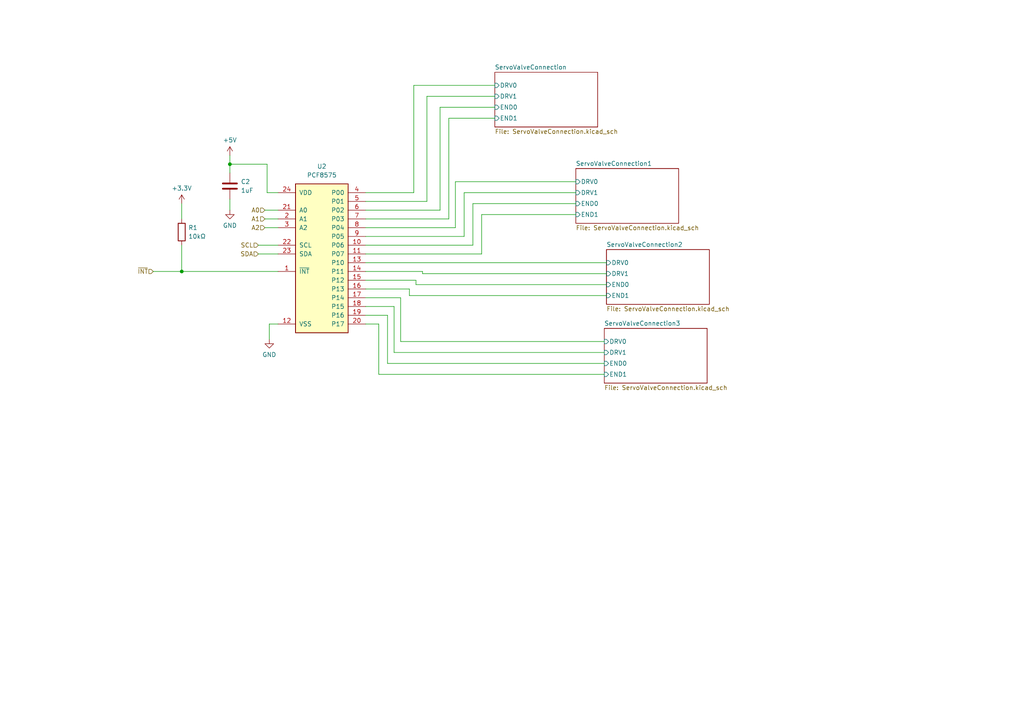
<source format=kicad_sch>
(kicad_sch (version 20230121) (generator eeschema)
  (paper "A4")
  (lib_symbols
    (symbol "Device:C" (pin_numbers hide) (pin_names (offset 0.254))
      (property "Reference" "C" (at 0.635 2.54 0))
      (property "Value" "C" (at 0.635 -2.54 0))
      (symbol "C_0_1"
        (polyline (pts (xy -2.032 -0.762) (xy 2.032 -0.762)) (stroke (width 0.508)))
        (polyline (pts (xy -2.032 0.762) (xy 2.032 0.762)) (stroke (width 0.508)))
      )
      (symbol "C_1_1"
        (pin passive line (at 0 3.81 270) (length 2.794) (name "~") (number "1"))
        (pin passive line (at 0 -3.81 90) (length 2.794) (name "~") (number "2"))
      )
    )
    (symbol "Device:R" (pin_numbers hide) (pin_names (offset 0))
      (property "Reference" "R" (at 2.032 0 90))
      (property "Value" "R" (at 0 0 90))
      (symbol "R_0_1"
        (rectangle (start -1.016 -2.54) (end 1.016 2.54) (stroke (width 0.254)))
      )
      (symbol "R_1_1"
        (pin passive line (at 0 3.81 270) (length 1.27) (name "~") (number "1"))
        (pin passive line (at 0 -3.81 90) (length 1.27) (name "~") (number "2"))
      )
    )
    (symbol "NXP:PCF8575" (pin_names (offset 1.016))
      (property "Reference" "U" (at 0 7.62 0))
      (property "Value" "PCF8575" (at 0 5.08 0))
      (symbol "PCF8575_0_1"
        (rectangle (start -7.62 2.54) (end 7.62 -40.64) (stroke (width 0.254)) (fill (type background)))
      )
      (symbol "PCF8575_1_1"
        (pin open_collector line (at -12.7 -22.86 0) (length 5.08) (name "~{INT}") (number "1"))
        (pin bidirectional line (at 12.7 -15.24 180) (length 5.08) (name "P06") (number "10"))
        (pin bidirectional line (at 12.7 -17.78 180) (length 5.08) (name "P07") (number "11"))
        (pin power_in line (at -12.7 -38.1 0) (length 5.08) (name "VSS") (number "12"))
        (pin bidirectional line (at 12.7 -20.32 180) (length 5.08) (name "P10") (number "13"))
        (pin bidirectional line (at 12.7 -22.86 180) (length 5.08) (name "P11") (number "14"))
        (pin bidirectional line (at 12.7 -25.4 180) (length 5.08) (name "P12") (number "15"))
        (pin bidirectional line (at 12.7 -27.94 180) (length 5.08) (name "P13") (number "16"))
        (pin bidirectional line (at 12.7 -30.48 180) (length 5.08) (name "P14") (number "17"))
        (pin bidirectional line (at 12.7 -33.02 180) (length 5.08) (name "P15") (number "18"))
        (pin bidirectional line (at 12.7 -35.56 180) (length 5.08) (name "P16") (number "19"))
        (pin input line (at -12.7 -7.62 0) (length 5.08) (name "A1") (number "2"))
        (pin bidirectional line (at 12.7 -38.1 180) (length 5.08) (name "P17") (number "20"))
        (pin input line (at -12.7 -5.08 0) (length 5.08) (name "A0") (number "21"))
        (pin input line (at -12.7 -15.24 0) (length 5.08) (name "SCL") (number "22"))
        (pin open_collector line (at -12.7 -17.78 0) (length 5.08) (name "SDA") (number "23"))
        (pin power_in line (at -12.7 0 0) (length 5.08) (name "VDD") (number "24"))
        (pin input line (at -12.7 -10.16 0) (length 5.08) (name "A2") (number "3"))
        (pin bidirectional line (at 12.7 0 180) (length 5.08) (name "P00") (number "4"))
        (pin bidirectional line (at 12.7 -2.54 180) (length 5.08) (name "P01") (number "5"))
        (pin bidirectional line (at 12.7 -5.08 180) (length 5.08) (name "P02") (number "6"))
        (pin bidirectional line (at 12.7 -7.62 180) (length 5.08) (name "P03") (number "7"))
        (pin bidirectional line (at 12.7 -10.16 180) (length 5.08) (name "P04") (number "8"))
        (pin bidirectional line (at 12.7 -12.7 180) (length 5.08) (name "P05") (number "9"))
      )
    )
    (symbol "power:+3.3V" (power) (pin_names (offset 0))
      (property "Value" "+3.3V" (at 0 3.556 0))
      (symbol "+3.3V_0_1"
        (polyline (pts (xy -0.762 1.27) (xy 0 2.54)))
        (polyline (pts (xy 0 0) (xy 0 2.54)))
        (polyline (pts (xy 0 2.54) (xy 0.762 1.27)))
      )
      (symbol "+3.3V_1_1"
        (pin power_in line (at 0 0 90) (length 0) hide (name "+3.3V") (number "1"))
      )
    )
    (symbol "power:+5V" (power) (pin_names (offset 0))
      (property "Value" "+5V" (at 0 3.556 0))
      (symbol "+5V_0_1"
        (polyline (pts (xy -0.762 1.27) (xy 0 2.54)))
        (polyline (pts (xy 0 0) (xy 0 2.54)))
        (polyline (pts (xy 0 2.54) (xy 0.762 1.27)))
      )
      (symbol "+5V_1_1"
        (pin power_in line (at 0 0 90) (length 0) hide (name "+5V") (number "1"))
      )
    )
    (symbol "power:GND" (power) (pin_names (offset 0))
      (property "Value" "GND" (at 0 -3.81 0))
      (symbol "GND_0_1"
        (polyline (pts (xy 0 0) (xy 0 -1.27) (xy 1.27 -1.27) (xy 0 -2.54) (xy -1.27 -1.27) (xy 0 -1.27)))
      )
      (symbol "GND_1_1"
        (pin power_in line (at 0 0 270) (length 0) hide (name "GND") (number "1"))
      )
    )
  )
  (junction (at 52.705 78.74))
  (junction (at 66.675 47.625))
  (wire (pts (xy 167.005 62.23) (xy 139.7 62.23)))
  (wire (pts (xy 106.045 86.36) (xy 116.205 86.36)))
  (wire (pts (xy 77.47 55.88) (xy 80.645 55.88)))
  (wire (pts (xy 106.045 71.12) (xy 137.16 71.12)))
  (wire (pts (xy 109.855 93.98) (xy 109.855 108.585)))
  (wire (pts (xy 114.3 102.235) (xy 114.3 88.9)))
  (wire (pts (xy 120.015 24.765) (xy 143.51 24.765)))
  (wire (pts (xy 175.26 102.235) (xy 114.3 102.235)))
  (wire (pts (xy 106.045 66.04) (xy 132.08 66.04)))
  (wire (pts (xy 106.045 60.96) (xy 127.635 60.96)))
  (wire (pts (xy 66.675 47.625) (xy 66.675 50.165)))
  (wire (pts (xy 118.745 83.82) (xy 118.745 85.725)))
  (wire (pts (xy 116.205 86.36) (xy 116.205 99.06)))
  (wire (pts (xy 76.835 63.5) (xy 80.645 63.5)))
  (wire (pts (xy 120.65 81.28) (xy 106.045 81.28)))
  (wire (pts (xy 106.045 78.74) (xy 122.555 78.74)))
  (wire (pts (xy 130.175 63.5) (xy 130.175 34.29)))
  (wire (pts (xy 77.47 47.625) (xy 77.47 55.88)))
  (wire (pts (xy 109.855 108.585) (xy 175.26 108.585)))
  (wire (pts (xy 106.045 91.44) (xy 112.395 91.44)))
  (wire (pts (xy 52.705 78.74) (xy 80.645 78.74)))
  (wire (pts (xy 44.45 78.74) (xy 52.705 78.74)))
  (wire (pts (xy 132.08 52.705) (xy 132.08 66.04)))
  (wire (pts (xy 112.395 91.44) (xy 112.395 105.41)))
  (wire (pts (xy 106.045 93.98) (xy 109.855 93.98)))
  (wire (pts (xy 66.675 57.785) (xy 66.675 60.96)))
  (wire (pts (xy 74.93 73.66) (xy 80.645 73.66)))
  (wire (pts (xy 106.045 76.2) (xy 175.895 76.2)))
  (wire (pts (xy 106.045 55.88) (xy 120.015 55.88)))
  (wire (pts (xy 134.62 55.88) (xy 167.005 55.88)))
  (wire (pts (xy 123.825 27.94) (xy 143.51 27.94)))
  (wire (pts (xy 134.62 68.58) (xy 134.62 55.88)))
  (wire (pts (xy 127.635 31.115) (xy 143.51 31.115)))
  (wire (pts (xy 120.015 55.88) (xy 120.015 24.765)))
  (wire (pts (xy 74.93 71.12) (xy 80.645 71.12)))
  (wire (pts (xy 137.16 71.12) (xy 137.16 59.055)))
  (wire (pts (xy 66.675 47.625) (xy 77.47 47.625)))
  (wire (pts (xy 112.395 105.41) (xy 175.26 105.41)))
  (wire (pts (xy 106.045 58.42) (xy 123.825 58.42)))
  (wire (pts (xy 66.675 47.625) (xy 66.675 45.085)))
  (wire (pts (xy 76.835 66.04) (xy 80.645 66.04)))
  (wire (pts (xy 78.105 98.425) (xy 78.105 93.98)))
  (wire (pts (xy 114.3 88.9) (xy 106.045 88.9)))
  (wire (pts (xy 175.895 82.55) (xy 120.65 82.55)))
  (wire (pts (xy 52.705 71.12) (xy 52.705 78.74)))
  (wire (pts (xy 76.835 60.96) (xy 80.645 60.96)))
  (wire (pts (xy 106.045 63.5) (xy 130.175 63.5)))
  (wire (pts (xy 118.745 85.725) (xy 175.895 85.725)))
  (wire (pts (xy 139.7 73.66) (xy 106.045 73.66)))
  (wire (pts (xy 137.16 59.055) (xy 167.005 59.055)))
  (wire (pts (xy 106.045 83.82) (xy 118.745 83.82)))
  (wire (pts (xy 52.705 59.055) (xy 52.705 63.5)))
  (wire (pts (xy 122.555 78.74) (xy 122.555 79.375)))
  (wire (pts (xy 127.635 60.96) (xy 127.635 31.115)))
  (wire (pts (xy 130.175 34.29) (xy 143.51 34.29)))
  (wire (pts (xy 116.205 99.06) (xy 175.26 99.06)))
  (wire (pts (xy 139.7 62.23) (xy 139.7 73.66)))
  (wire (pts (xy 120.65 82.55) (xy 120.65 81.28)))
  (wire (pts (xy 132.08 52.705) (xy 167.005 52.705)))
  (wire (pts (xy 123.825 58.42) (xy 123.825 27.94)))
  (wire (pts (xy 122.555 79.375) (xy 175.895 79.375)))
  (wire (pts (xy 106.045 68.58) (xy 134.62 68.58)))
  (wire (pts (xy 78.105 93.98) (xy 80.645 93.98)))
  (hierarchical_label "A2" (shape input) (at 76.835 66.04 180))
  (hierarchical_label "SCL" (shape input) (at 74.93 71.12 180))
  (hierarchical_label "SDA" (shape input) (at 74.93 73.66 180))
  (hierarchical_label "A0" (shape input) (at 76.835 60.96 180))
  (hierarchical_label "~{INT}" (shape input) (at 44.45 78.74 180))
  (hierarchical_label "A1" (shape input) (at 76.835 63.5 180))
  (symbol (lib_id "power:+5V") (at 66.675 45.085 0) (unit 1)
    (property "Reference" "#PWR014" (effects hide))
    (property "Value" "+5V" (at 66.675 40.64 0))
    (instances (project "TeensyIrrigation" (path "" (reference "#PWR014") (unit 1)) (path "" (reference "#PWR074") (unit 1))))
  )
  (symbol (lib_id "power:GND") (at 78.105 98.425 0) (unit 1)
    (property "Reference" "#PWR016" (effects hide))
    (property "Value" "GND" (at 78.105 102.87 0))
    (instances (project "TeensyIrrigation" (path "" (reference "#PWR016") (unit 1)) (path "" (reference "#PWR076") (unit 1))))
  )
  (symbol (lib_id "NXP:PCF8575") (at 93.345 55.88 0) (unit 1)
    (property "Reference" "U2" (at 93.345 48.26 0))
    (property "Value" "PCF8575" (at 93.345 50.8 0))
    (property "Footprint" "Package_SO:TSSOP-24_4.4x7.8mm_P0.65mm" (effects hide))
    (property "Datasheet" "http://www.nxp.com/documents/data_sheet/PCF8575.pdf" (effects hide))
    (property "Manuf" "NXP" (effects hide))
    (property "MPN" "PCF8575TS/1,112" (effects hide))
    (property "BOM" "NXP PCF8575TS/1,112" (effects hide))
    (instances (project "TeensyIrrigation" (path "" (reference "U2") (unit 1)) (path "" (reference "U3") (unit 1))))
  )
  (symbol (lib_id "power:+3.3V") (at 52.705 59.055 0) (unit 1)
    (property "Reference" "#PWR073" (effects hide))
    (property "Value" "+3.3V" (at 52.705 54.61 0))
    (instances (project "TeensyIrrigation" (path "" (reference "#PWR073") (unit 1)) (path "" (reference "#PWR013") (unit 1))))
  )
  (symbol (lib_id "Device:R") (at 52.705 67.31 180) (unit 1)
    (property "Reference" "R1" (at 54.61 66.04 0) (effects (justify right)))
    (property "Value" "10kΩ" (at 54.61 68.58 0) (effects (justify right)))
    (property "Footprint" "Resistor_SMD:R_0805_2012Metric" (effects hide))
    (instances (project "TeensyIrrigation" (path "" (reference "R1") (unit 1)) (path "" (reference "R3") (unit 1)) (path "" (reference "R6") (unit 1)) (path "" (reference "R9") (unit 1)) (path "" (reference "R12") (unit 1)) (path "" (reference "R24") (unit 1)) (path "" (reference "R18") (unit 1)) (path "" (reference "R21") (unit 1)) (path "" (reference "R15") (unit 1)) (path "" (reference "R27") (unit 1)) (path "" (reference "R33") (unit 1)) (path "" (reference "R30") (unit 1)) (path "" (reference "R36") (unit 1)) (path "" (reference "R39") (unit 1)) (path "" (reference "R45") (unit 1)) (path "" (reference "R42") (unit 1)) (path "" (reference "R48") (unit 1)) (path "" (reference "R37") (unit 1)) (path "" (reference "R20") (unit 1)) (path "" (reference "R26") (unit 1)) (path "" (reference "R29") (unit 1)) (path "" (reference "R19") (unit 1)) (path "" (reference "R38") (unit 1)) (path "" (reference "R22") (unit 1)) (path "" (reference "R28") (unit 1)) (path "" (reference "R25") (unit 1)) (path "" (reference "R40") (unit 1)) (path "" (reference "R17") (unit 1)) (path "" (reference "R34") (unit 1)) (path "" (reference "R23") (unit 1)) (path "" (reference "R35") (unit 1)) (path "" (reference "R32") (unit 1)) (path "" (reference "R31") (unit 1)) (path "" (reference "R3") (unit 1)) (path "" (reference "R20") (unit 1))))
  )
  (symbol (lib_id "Device:C") (at 66.675 53.975 0) (unit 1)
    (property "Reference" "C2" (at 69.85 52.705 0) (effects (justify left)))
    (property "Value" "1uF" (at 69.85 55.245 0) (effects (justify left)))
    (property "Footprint" "Capacitor_SMD:C_0805_2012Metric" (effects hide))
    (instances (project "TeensyIrrigation" (path "" (reference "C2") (unit 1)) (path "" (reference "C7") (unit 1)) (path "" (reference "C11") (unit 1)) (path "" (reference "C15") (unit 1)) (path "" (reference "C2") (unit 1)) (path "" (reference "C19") (unit 1))))
  )
  (symbol (lib_id "power:GND") (at 66.675 60.96 0) (unit 1)
    (property "Reference" "#PWR015" (effects hide))
    (property "Value" "GND" (at 66.675 65.405 0))
    (instances (project "TeensyIrrigation" (path "" (reference "#PWR015") (unit 1)) (path "" (reference "#PWR075") (unit 1))))
  )
  (sheet (at 175.26 95.25) (size 29.845 15.875) (stroke (width 0.1524))
    (property "Sheetname" "ServoValveConnection3" (at 175.26 94.5384 0) (effects (justify left bottom)))
    (property "Sheetfile" "ServoValveConnection.kicad_sch" (at 175.26 111.7096 0) (effects (justify left top)))
    (pin "DRV0" input (at 175.26 99.06 180))
    (pin "DRV1" input (at 175.26 102.235 180))
    (pin "END0" input (at 175.26 105.41 180))
    (pin "END1" input (at 175.26 108.585 180))
  )
  (sheet (at 143.51 20.955) (size 29.845 15.875) (stroke (width 0.1524))
    (property "Sheetname" "ServoValveConnection" (at 143.51 20.2434 0) (effects (justify left bottom)))
    (property "Sheetfile" "ServoValveConnection.kicad_sch" (at 143.51 37.4146 0) (effects (justify left top)))
    (pin "DRV0" input (at 143.51 24.765 180))
    (pin "DRV1" input (at 143.51 27.94 180))
    (pin "END0" input (at 143.51 31.115 180))
    (pin "END1" input (at 143.51 34.29 180))
  )
  (sheet (at 175.895 72.39) (size 29.845 15.875) (stroke (width 0.1524))
    (property "Sheetname" "ServoValveConnection2" (at 175.895 71.6784 0) (effects (justify left bottom)))
    (property "Sheetfile" "ServoValveConnection.kicad_sch" (at 175.895 88.8496 0) (effects (justify left top)))
    (pin "DRV0" input (at 175.895 76.2 180))
    (pin "DRV1" input (at 175.895 79.375 180))
    (pin "END0" input (at 175.895 82.55 180))
    (pin "END1" input (at 175.895 85.725 180))
  )
  (sheet (at 167.005 48.895) (size 29.845 15.875) (stroke (width 0.1524))
    (property "Sheetname" "ServoValveConnection1" (at 167.005 48.1834 0) (effects (justify left bottom)))
    (property "Sheetfile" "ServoValveConnection.kicad_sch" (at 167.005 65.3546 0) (effects (justify left top)))
    (pin "DRV0" input (at 167.005 52.705 180))
    (pin "DRV1" input (at 167.005 55.88 180))
    (pin "END0" input (at 167.005 59.055 180))
    (pin "END1" input (at 167.005 62.23 180))
  )
)
</source>
